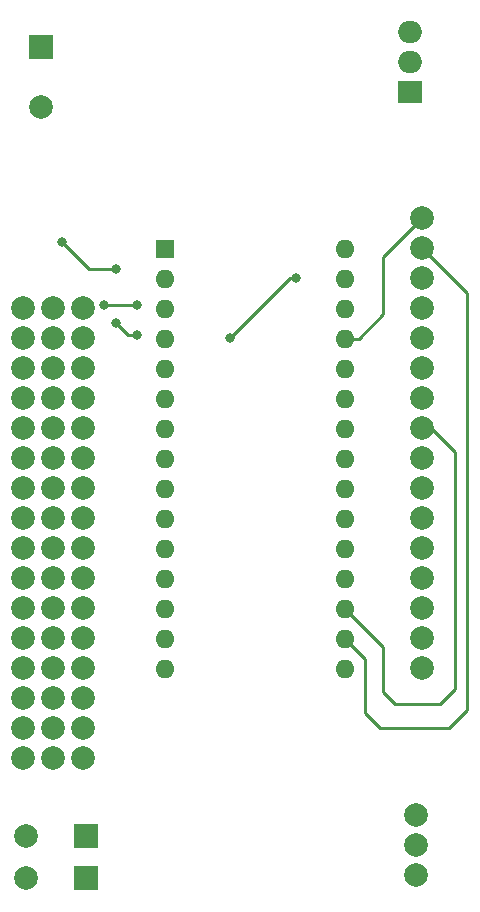
<source format=gbr>
%TF.GenerationSoftware,KiCad,Pcbnew,(5.1.6)-1*%
%TF.CreationDate,2020-11-17T10:03:37+01:00*%
%TF.ProjectId,NANOV3,4e414e4f-5633-42e6-9b69-6361645f7063,rev?*%
%TF.SameCoordinates,Original*%
%TF.FileFunction,Copper,L2,Bot*%
%TF.FilePolarity,Positive*%
%FSLAX46Y46*%
G04 Gerber Fmt 4.6, Leading zero omitted, Abs format (unit mm)*
G04 Created by KiCad (PCBNEW (5.1.6)-1) date 2020-11-17 10:03:37*
%MOMM*%
%LPD*%
G01*
G04 APERTURE LIST*
%TA.AperFunction,ComponentPad*%
%ADD10C,2.000000*%
%TD*%
%TA.AperFunction,ComponentPad*%
%ADD11R,2.000000X2.000000*%
%TD*%
%TA.AperFunction,ComponentPad*%
%ADD12R,1.600000X1.600000*%
%TD*%
%TA.AperFunction,ComponentPad*%
%ADD13O,1.600000X1.600000*%
%TD*%
%TA.AperFunction,ComponentPad*%
%ADD14R,2.000000X1.905000*%
%TD*%
%TA.AperFunction,ComponentPad*%
%ADD15O,2.000000X1.905000*%
%TD*%
%TA.AperFunction,ViaPad*%
%ADD16C,0.800000*%
%TD*%
%TA.AperFunction,Conductor*%
%ADD17C,0.250000*%
%TD*%
G04 APERTURE END LIST*
D10*
%TO.P,J3,16*%
%TO.N,Net-(A1-Pad30)*%
X125984000Y-108966000D03*
%TO.P,J3,15*%
X125984000Y-106426000D03*
%TO.P,J3,14*%
%TO.N,Net-(A1-Pad16)*%
X125984000Y-103886000D03*
%TO.P,J3,13*%
%TO.N,Net-(A1-Pad15)*%
X125984000Y-101346000D03*
%TO.P,J3,12*%
%TO.N,Net-(A1-Pad14)*%
X125984000Y-98806000D03*
%TO.P,J3,11*%
%TO.N,Net-(A1-Pad13)*%
X125984000Y-96266000D03*
%TO.P,J3,10*%
%TO.N,Net-(A1-Pad12)*%
X125984000Y-93726000D03*
%TO.P,J3,9*%
%TO.N,Net-(A1-Pad11)*%
X125984000Y-91186000D03*
%TO.P,J3,8*%
%TO.N,Net-(A1-Pad10)*%
X125984000Y-88646000D03*
%TO.P,J3,7*%
%TO.N,Net-(A1-Pad9)*%
X125984000Y-86106000D03*
%TO.P,J3,6*%
%TO.N,Net-(A1-Pad8)*%
X125984000Y-83566000D03*
%TO.P,J3,5*%
%TO.N,Net-(A1-Pad7)*%
X125984000Y-81026000D03*
%TO.P,J3,4*%
%TO.N,Net-(A1-Pad6)*%
X125984000Y-78486000D03*
%TO.P,J3,3*%
%TO.N,Net-(A1-Pad5)*%
X125984000Y-75946000D03*
%TO.P,J3,2*%
%TO.N,Net-(A1-Pad1)*%
X125984000Y-73406000D03*
%TO.P,J3,1*%
%TO.N,Net-(A1-Pad2)*%
X125984000Y-70866000D03*
%TD*%
D11*
%TO.P,U3,2*%
%TO.N,Net-(S1-Pad1)*%
X126238000Y-119126000D03*
D10*
%TO.P,U3,1*%
%TO.N,Net-(A1-Pad29)*%
X121158000Y-119126000D03*
%TD*%
D12*
%TO.P,A1,1*%
%TO.N,Net-(A1-Pad1)*%
X132873001Y-65807001D03*
D13*
%TO.P,A1,17*%
%TO.N,Net-(A1-Pad17)*%
X148113001Y-98827001D03*
%TO.P,A1,2*%
%TO.N,Net-(A1-Pad2)*%
X132873001Y-68347001D03*
%TO.P,A1,18*%
%TO.N,Net-(A1-Pad18)*%
X148113001Y-96287001D03*
%TO.P,A1,3*%
%TO.N,Net-(A1-Pad28)*%
X132873001Y-70887001D03*
%TO.P,A1,19*%
%TO.N,Net-(A1-Pad19)*%
X148113001Y-93747001D03*
%TO.P,A1,4*%
%TO.N,Net-(A1-Pad29)*%
X132873001Y-73427001D03*
%TO.P,A1,20*%
%TO.N,Net-(A1-Pad20)*%
X148113001Y-91207001D03*
%TO.P,A1,5*%
%TO.N,Net-(A1-Pad5)*%
X132873001Y-75967001D03*
%TO.P,A1,21*%
%TO.N,Net-(A1-Pad21)*%
X148113001Y-88667001D03*
%TO.P,A1,6*%
%TO.N,Net-(A1-Pad6)*%
X132873001Y-78507001D03*
%TO.P,A1,22*%
%TO.N,Net-(A1-Pad22)*%
X148113001Y-86127001D03*
%TO.P,A1,7*%
%TO.N,Net-(A1-Pad7)*%
X132873001Y-81047001D03*
%TO.P,A1,23*%
%TO.N,Net-(A1-Pad23)*%
X148113001Y-83587001D03*
%TO.P,A1,8*%
%TO.N,Net-(A1-Pad8)*%
X132873001Y-83587001D03*
%TO.P,A1,24*%
%TO.N,Net-(A1-Pad24)*%
X148113001Y-81047001D03*
%TO.P,A1,9*%
%TO.N,Net-(A1-Pad9)*%
X132873001Y-86127001D03*
%TO.P,A1,25*%
%TO.N,Net-(A1-Pad25)*%
X148113001Y-78507001D03*
%TO.P,A1,10*%
%TO.N,Net-(A1-Pad10)*%
X132873001Y-88667001D03*
%TO.P,A1,26*%
%TO.N,Net-(A1-Pad26)*%
X148113001Y-75967001D03*
%TO.P,A1,11*%
%TO.N,Net-(A1-Pad11)*%
X132873001Y-91207001D03*
%TO.P,A1,27*%
%TO.N,Net-(A1-Pad27)*%
X148113001Y-73427001D03*
%TO.P,A1,12*%
%TO.N,Net-(A1-Pad12)*%
X132873001Y-93747001D03*
%TO.P,A1,28*%
%TO.N,Net-(A1-Pad28)*%
X148113001Y-70887001D03*
%TO.P,A1,13*%
%TO.N,Net-(A1-Pad13)*%
X132873001Y-96287001D03*
%TO.P,A1,29*%
%TO.N,Net-(A1-Pad29)*%
X148113001Y-68347001D03*
%TO.P,A1,14*%
%TO.N,Net-(A1-Pad14)*%
X132873001Y-98827001D03*
%TO.P,A1,30*%
%TO.N,Net-(A1-Pad30)*%
X148113001Y-65807001D03*
%TO.P,A1,15*%
%TO.N,Net-(A1-Pad15)*%
X132873001Y-101367001D03*
%TO.P,A1,16*%
%TO.N,Net-(A1-Pad16)*%
X148113001Y-101367001D03*
%TD*%
D11*
%TO.P,C1,1*%
%TO.N,Net-(A1-Pad30)*%
X122428000Y-48768000D03*
D10*
%TO.P,C1,2*%
%TO.N,Net-(A1-Pad29)*%
X122428000Y-53768000D03*
%TD*%
%TO.P,J1,1*%
%TO.N,Net-(A1-Pad29)*%
X120904000Y-70866000D03*
%TO.P,J1,2*%
X120904000Y-73406000D03*
%TO.P,J1,3*%
X120904000Y-75946000D03*
%TO.P,J1,4*%
X120904000Y-78486000D03*
%TO.P,J1,5*%
X120904000Y-81026000D03*
%TO.P,J1,6*%
X120904000Y-83566000D03*
%TO.P,J1,7*%
X120904000Y-86106000D03*
%TO.P,J1,8*%
X120904000Y-88646000D03*
%TO.P,J1,9*%
X120904000Y-91186000D03*
%TO.P,J1,10*%
X120904000Y-93726000D03*
%TO.P,J1,11*%
X120904000Y-96266000D03*
%TO.P,J1,12*%
X120904000Y-98806000D03*
%TO.P,J1,13*%
X120904000Y-101346000D03*
%TO.P,J1,14*%
X120904000Y-103886000D03*
%TO.P,J1,15*%
X120904000Y-106426000D03*
%TO.P,J1,16*%
X120904000Y-108966000D03*
%TD*%
%TO.P,J2,16*%
%TO.N,Net-(A1-Pad30)*%
X123444000Y-108966000D03*
%TO.P,J2,15*%
X123444000Y-106426000D03*
%TO.P,J2,14*%
X123444000Y-103886000D03*
%TO.P,J2,13*%
X123444000Y-101346000D03*
%TO.P,J2,12*%
X123444000Y-98806000D03*
%TO.P,J2,11*%
X123444000Y-96266000D03*
%TO.P,J2,10*%
X123444000Y-93726000D03*
%TO.P,J2,9*%
X123444000Y-91186000D03*
%TO.P,J2,8*%
X123444000Y-88646000D03*
%TO.P,J2,7*%
X123444000Y-86106000D03*
%TO.P,J2,6*%
X123444000Y-83566000D03*
%TO.P,J2,5*%
X123444000Y-81026000D03*
%TO.P,J2,4*%
X123444000Y-78486000D03*
%TO.P,J2,3*%
X123444000Y-75946000D03*
%TO.P,J2,2*%
X123444000Y-73406000D03*
%TO.P,J2,1*%
X123444000Y-70866000D03*
%TD*%
%TO.P,J4,1*%
%TO.N,Net-(A1-Pad19)*%
X154686000Y-101346000D03*
%TO.P,J4,2*%
%TO.N,Net-(A1-Pad20)*%
X154686000Y-98806000D03*
%TO.P,J4,3*%
%TO.N,Net-(A1-Pad21)*%
X154686000Y-96266000D03*
%TO.P,J4,4*%
%TO.N,Net-(A1-Pad22)*%
X154686000Y-93726000D03*
%TO.P,J4,5*%
%TO.N,Net-(A1-Pad23)*%
X154686000Y-91186000D03*
%TO.P,J4,6*%
%TO.N,Net-(A1-Pad24)*%
X154686000Y-88646000D03*
%TO.P,J4,7*%
%TO.N,Net-(A1-Pad25)*%
X154686000Y-86106000D03*
%TO.P,J4,8*%
%TO.N,Net-(A1-Pad26)*%
X154686000Y-83566000D03*
%TO.P,J4,9*%
%TO.N,Net-(A1-Pad18)*%
X154686000Y-81026000D03*
%TO.P,J4,10*%
%TO.N,Net-(A1-Pad28)*%
X154686000Y-78486000D03*
%TO.P,J4,11*%
%TO.N,Net-(J4-Pad11)*%
X154686000Y-75946000D03*
%TO.P,J4,12*%
%TO.N,Net-(J4-Pad12)*%
X154686000Y-73406000D03*
%TO.P,J4,13*%
%TO.N,Net-(J4-Pad13)*%
X154686000Y-70866000D03*
%TO.P,J4,14*%
%TO.N,Net-(J4-Pad14)*%
X154686000Y-68326000D03*
%TO.P,J4,15*%
%TO.N,Net-(A1-Pad17)*%
X154686000Y-65786000D03*
%TO.P,J4,16*%
%TO.N,Net-(A1-Pad27)*%
X154686000Y-63246000D03*
%TD*%
%TO.P,S1,1*%
%TO.N,Net-(S1-Pad1)*%
X154178000Y-118872000D03*
%TO.P,S1,2*%
%TO.N,Net-(S1-Pad2)*%
X154178000Y-116332000D03*
%TO.P,S1,3*%
%TO.N,Net-(S1-Pad3)*%
X154178000Y-113792000D03*
%TD*%
D14*
%TO.P,7805,1*%
%TO.N,Net-(S1-Pad2)*%
X153670000Y-52578000D03*
D15*
%TO.P,7805,2*%
%TO.N,Net-(A1-Pad29)*%
X153670000Y-50038000D03*
%TO.P,7805,3*%
%TO.N,Net-(A1-Pad30)*%
X153670000Y-47498000D03*
%TD*%
D10*
%TO.P,U3,1*%
%TO.N,Net-(A1-Pad29)*%
X121158000Y-115570000D03*
D11*
%TO.P,U3,2*%
%TO.N,Net-(S1-Pad1)*%
X126238000Y-115570000D03*
%TD*%
D16*
%TO.N,Net-(A1-Pad2)*%
X130556000Y-70612000D03*
X127762000Y-70612000D03*
%TO.N,Net-(A1-Pad29)*%
X138430000Y-73406000D03*
X144018000Y-68326000D03*
X130556000Y-73152000D03*
X128778000Y-72136000D03*
X128778000Y-67564000D03*
X124206000Y-65278000D03*
%TD*%
D17*
%TO.N,Net-(A1-Pad17)*%
X148113001Y-98827001D02*
X149860000Y-100574000D01*
X149860000Y-100574000D02*
X149860000Y-105156000D01*
X149860000Y-105156000D02*
X151130000Y-106426000D01*
X151130000Y-106426000D02*
X156972000Y-106426000D01*
X156972000Y-106426000D02*
X158496000Y-104902000D01*
X158496000Y-69596000D02*
X154686000Y-65786000D01*
X158496000Y-104902000D02*
X158496000Y-69596000D01*
%TO.N,Net-(A1-Pad2)*%
X127762000Y-70612000D02*
X130556000Y-70612000D01*
%TO.N,Net-(A1-Pad18)*%
X157480000Y-83058000D02*
X155448000Y-81026000D01*
X155448000Y-81026000D02*
X154686000Y-81026000D01*
X157480000Y-103124000D02*
X157480000Y-83058000D01*
X156210000Y-104394000D02*
X157480000Y-103124000D01*
X148113001Y-96287001D02*
X151384000Y-99558000D01*
X151384000Y-103378000D02*
X152400000Y-104394000D01*
X151384000Y-99558000D02*
X151384000Y-103378000D01*
X152400000Y-104394000D02*
X156210000Y-104394000D01*
%TO.N,Net-(A1-Pad29)*%
X129794000Y-73152000D02*
X128778000Y-72136000D01*
X130556000Y-73152000D02*
X129794000Y-73152000D01*
X126492000Y-67564000D02*
X124206000Y-65278000D01*
X128778000Y-67564000D02*
X126492000Y-67564000D01*
X143510000Y-68326000D02*
X144018000Y-68326000D01*
X138430000Y-73406000D02*
X143510000Y-68326000D01*
%TO.N,Net-(A1-Pad27)*%
X148113001Y-73427001D02*
X149330999Y-73427001D01*
X149330999Y-73427001D02*
X151384000Y-71374000D01*
X151384000Y-66548000D02*
X154686000Y-63246000D01*
X151384000Y-71374000D02*
X151384000Y-66548000D01*
%TD*%
M02*

</source>
